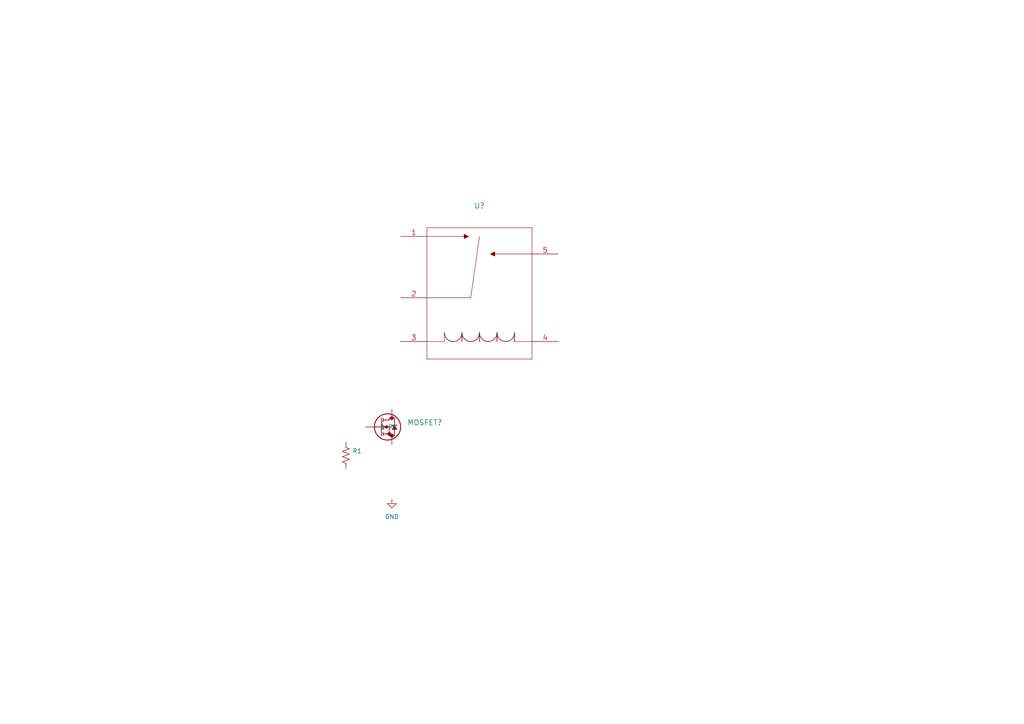
<source format=kicad_sch>
(kicad_sch (version 20211123) (generator eeschema)
  (paper "A4")
  (lib_symbols
    (symbol "ALQ105-BAJA:ALQ105" (pin_names (offset -0.254) hide)
      (property "Reference" "U" (at 22.86 12.7 0))
      (property "Value" "ALQ105" (at 22.86 10.16 0))
      (symbol "ALQ105_1_1"
        (polyline (pts (xy 7.62 -35.56) (xy 38.1 -35.56)) (stroke (width 0.127)))
        (polyline (pts (xy 7.62 0) (xy 17.78 0)) (stroke (width 0.127)))
        (polyline (pts (xy 7.62 2.54) (xy 7.62 -35.56)) (stroke (width 0.127)))
        (polyline (pts (xy 12.7 -30.48) (xy 7.62 -30.48)) (stroke (width 0.127)))
        (polyline (pts (xy 12.7 -27.94) (xy 12.7 -30.48)) (stroke (width 0.127)))
        (polyline (pts (xy 17.78 -27.94) (xy 17.78 -30.48)) (stroke (width 0.127)))
        (polyline (pts (xy 17.78 -27.94) (xy 17.78 -30.48)) (stroke (width 0.127)))
        (polyline (pts (xy 17.78 0) (xy 19.05 0)) (stroke (width 0.127)))
        (polyline (pts (xy 20.32 -17.78) (xy 7.62 -17.78)) (stroke (width 0.127)))
        (polyline (pts (xy 20.32 -17.78) (xy 22.86 0)) (stroke (width 0.127)))
        (polyline (pts (xy 22.86 -27.94) (xy 22.86 -30.48)) (stroke (width 0.127)))
        (polyline (pts (xy 22.86 -27.94) (xy 22.86 -30.48)) (stroke (width 0.127)))
        (polyline (pts (xy 27.94 -27.94) (xy 27.94 -30.48)) (stroke (width 0.127)))
        (polyline (pts (xy 27.94 -27.94) (xy 27.94 -30.48)) (stroke (width 0.127)))
        (polyline (pts (xy 33.02 -27.94) (xy 33.02 -30.48)) (stroke (width 0.127)))
        (polyline (pts (xy 33.02 -27.94) (xy 33.02 -30.48)) (stroke (width 0.127)))
        (polyline (pts (xy 38.1 -35.56) (xy 38.1 2.54)) (stroke (width 0.127)))
        (polyline (pts (xy 38.1 -30.48) (xy 33.02 -30.48)) (stroke (width 0.127)))
        (polyline (pts (xy 38.1 -5.08) (xy 26.67 -5.08)) (stroke (width 0.127)))
        (polyline (pts (xy 38.1 2.54) (xy 7.62 2.54)) (stroke (width 0.127)))
        (polyline (pts (xy 18.415 0.635) (xy 18.415 -0.635) (xy 19.685 0) (xy 18.415 0.635)) (fill (type outline)))
        (polyline (pts (xy 27.305 -4.445) (xy 27.305 -5.715) (xy 26.035 -5.08) (xy 27.305 -4.445)) (fill (type outline)))
        (arc (start 12.7 -27.94) (mid 15.24 -30.48) (end 17.78 -27.94) (stroke (width 0.127)))
        (arc (start 12.7 -27.94) (mid 15.24 -30.48) (end 17.78 -27.94) (stroke (width 0.127)))
        (arc (start 17.78 -27.94) (mid 20.32 -30.48) (end 22.86 -27.94) (stroke (width 0.127)))
        (arc (start 17.78 -27.94) (mid 20.32 -30.48) (end 22.86 -27.94) (stroke (width 0.127)))
        (arc (start 22.86 -27.94) (mid 25.4 -30.48) (end 27.94 -27.94) (stroke (width 0.127)))
        (arc (start 22.86 -27.94) (mid 25.4 -30.48) (end 27.94 -27.94) (stroke (width 0.127)))
        (arc (start 27.94 -27.94) (mid 30.48 -30.48) (end 33.02 -27.94) (stroke (width 0.127)))
        (arc (start 27.94 -27.94) (mid 30.48 -30.48) (end 33.02 -27.94) (stroke (width 0.127)))
        (pin unspecified line (at 0 0 0) (length 7.62) (name "1") (number "1"))
        (pin unspecified line (at 0 -17.78 0) (length 7.62) (name "2") (number "2"))
        (pin unspecified line (at 0 -30.48 0) (length 7.62) (name "3") (number "3"))
        (pin unspecified line (at 45.72 -30.48 180) (length 7.62) (name "4") (number "4"))
        (pin unspecified line (at 45.72 -5.08 180) (length 7.62) (name "5") (number "5"))
      )
    )
    (symbol "AOD-BAJA:AOD4184A" (pin_numbers hide) (pin_names (offset 1.524))
      (property "Reference" "MOSFET" (at 11.43 1.905 0))
      (property "Value" "AOD4184A" (at 11.43 -5.08 0))
      (symbol "AOD4184A_1_1"
        (polyline (pts (xy 2.54 0) (xy 4.445 0)) (stroke (width 0.2032)))
        (polyline (pts (xy 4.572 -2.54) (xy 4.572 2.54)) (stroke (width 0.2032)))
        (polyline (pts (xy 5.08 -2.54) (xy 5.08 -1.524)) (stroke (width 0.2032)))
        (polyline (pts (xy 5.08 -2.032) (xy 6.858 -2.032)) (stroke (width 0.2032)))
        (polyline (pts (xy 5.08 -0.508) (xy 5.08 0.508)) (stroke (width 0.2032)))
        (polyline (pts (xy 5.08 1.524) (xy 5.08 2.54)) (stroke (width 0.2032)))
        (polyline (pts (xy 5.08 2.032) (xy 6.858 2.032)) (stroke (width 0.2032)))
        (polyline (pts (xy 6.35 0) (xy 6.858 0)) (stroke (width 0.2032)))
        (polyline (pts (xy 6.858 -2.54) (xy 6.858 0)) (stroke (width 0.2032)))
        (polyline (pts (xy 6.858 -2.54) (xy 8.382 -2.54)) (stroke (width 0.2032)))
        (polyline (pts (xy 6.858 2.032) (xy 6.858 2.54)) (stroke (width 0.2032)))
        (polyline (pts (xy 6.858 2.54) (xy 8.382 2.54)) (stroke (width 0.2032)))
        (polyline (pts (xy 8.382 -2.54) (xy 8.382 -0.762)) (stroke (width 0.2032)))
        (polyline (pts (xy 8.382 0.508) (xy 8.382 2.54)) (stroke (width 0.2032)))
        (polyline (pts (xy 9.144 0.508) (xy 7.62 0.508)) (stroke (width 0.2032)))
        (polyline (pts (xy 6.35 0.508) (xy 5.08 0) (xy 6.35 -0.508) (xy 6.35 0.508)) (stroke (width 0.0254)) (fill (type outline)))
        (polyline (pts (xy 9.144 -0.762) (xy 7.62 -0.762) (xy 8.382 0.508) (xy 9.144 -0.762)) (stroke (width 0.0254)) (fill (type outline)))
        (circle (center 6.35 0) (radius 3.81) (stroke (width 0.254)))
        (circle (center 6.858 -2.032) (radius 0.0254) (stroke (width 0.508)))
        (circle (center 7.62 -2.54) (radius 0.0254) (stroke (width 0.508)))
        (circle (center 7.62 2.54) (radius 0.0254) (stroke (width 0.508)))
        (pin unspecified line (at 0 0 0) (length 2.54) (name "1") (number "1"))
        (pin unspecified line (at 7.62 5.08 270) (length 2.54) (name "2") (number "2"))
        (pin unspecified line (at 7.62 -5.08 90) (length 2.54) (name "3") (number "3"))
      )
    )
    (symbol "Device:R_US" (pin_numbers hide) (pin_names (offset 0))
      (property "Reference" "R" (at 2.54 0 90))
      (property "Value" "R_US" (at -2.54 0 90))
      (symbol "R_US_0_1"
        (polyline (pts (xy 0 -2.286) (xy 0 -2.54)))
        (polyline (pts (xy 0 2.286) (xy 0 2.54)))
        (polyline (pts (xy 0 -0.762) (xy 1.016 -1.143) (xy 0 -1.524) (xy -1.016 -1.905) (xy 0 -2.286)))
        (polyline (pts (xy 0 0.762) (xy 1.016 0.381) (xy 0 0) (xy -1.016 -0.381) (xy 0 -0.762)))
        (polyline (pts (xy 0 2.286) (xy 1.016 1.905) (xy 0 1.524) (xy -1.016 1.143) (xy 0 0.762)))
      )
      (symbol "R_US_1_1"
        (pin passive line (at 0 3.81 270) (length 1.27) (name "~") (number "1"))
        (pin passive line (at 0 -3.81 90) (length 1.27) (name "~") (number "2"))
      )
    )
    (symbol "power:GND" (power) (pin_names (offset 0))
      (property "Value" "GND" (at 0 -3.81 0))
      (symbol "GND_0_1"
        (polyline (pts (xy 0 0) (xy 0 -1.27) (xy 1.27 -1.27) (xy 0 -2.54) (xy -1.27 -1.27) (xy 0 -1.27)))
      )
      (symbol "GND_1_1"
        (pin power_in line (at 0 0 270) (length 0) hide (name "GND") (number "1"))
      )
    )
  )
  (symbol (lib_id "AOD-BAJA:AOD4184A") (at 106.045 123.825 0) (unit 1)
    (property "Reference" "MOSFET?" (at 118.11 122.555 0) (effects (font (size 1.524 1.524)) (justify left)))
  )
  (symbol (lib_id "Device:R_US") (at 100.33 132.08 0) (unit 1)
    (property "Reference" "R1" (at 102.235 130.8099 0) (effects (justify left)))
  )
  (symbol (lib_id "ALQ105-BAJA:ALQ105") (at 116.205 68.58 0) (unit 1)
    (property "Reference" "U?" (at 139.065 59.69 0) (effects (font (size 1.524 1.524))))
  )
  (symbol (lib_id "power:GND") (at 113.665 144.78 0) (unit 1)
    (property "Reference" "#PWR?" (effects hide))
  )
)
</source>
